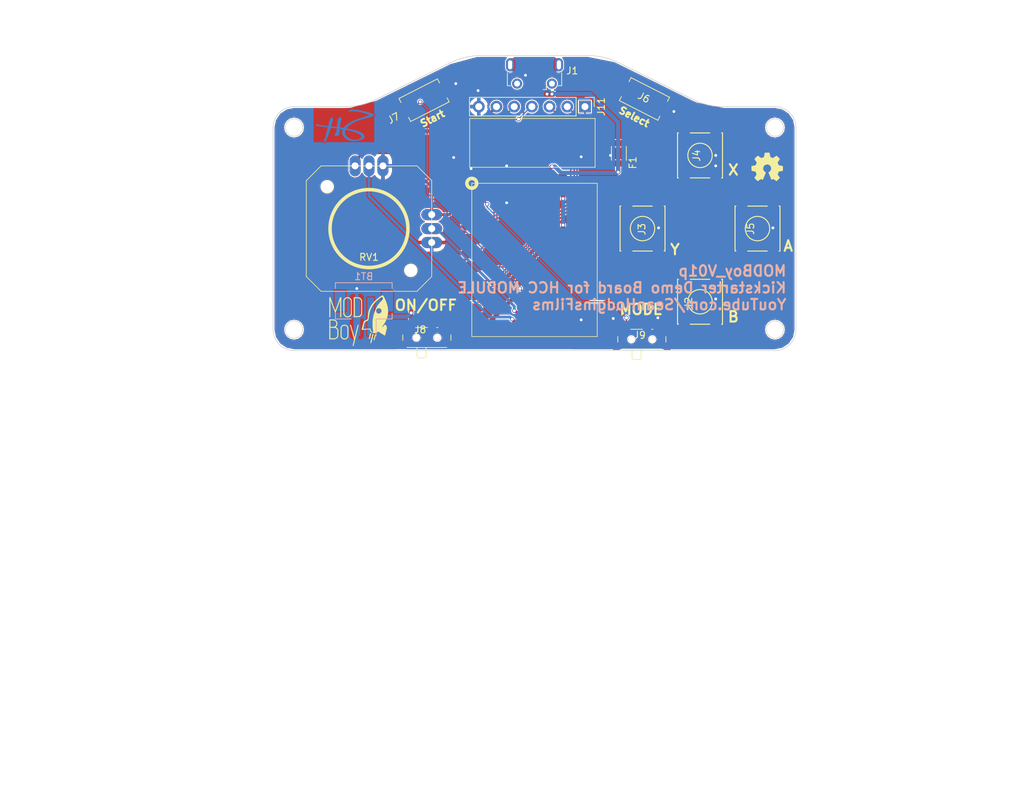
<source format=kicad_pcb>
(kicad_pcb (version 4) (host pcbnew 4.0.4-stable)
  (title_block (title "Sensory Adaptation Robot") (date 2016-03-10) (rev 0.1a) (company "Idle Hands Dev.") (comment 1 "Sean Hodgins"))
  (layers (0 F.Cu signal) (31 B.Cu signal) (34 B.Paste user) (35 F.Paste user) (36 B.SilkS user) (37 F.SilkS user) (38 B.Mask user) (39 F.Mask user) (44 Edge.Cuts user))
  (net 0 "")
  (net 1 GND)
  (net 2 +3V3)
  (net 3 RESET)
  (net 4 A3)
  (net 5 A4)
  (net 6 A5)
  (net 7 D9)
  (net 8 D4)
  (net 9 D3)
  (net 10 D6)
  (net 11 A0/DAC)
  (net 12 AREF)
  (net 13 A1)
  (net 14 A2)
  (net 15 TX/D1)
  (net 16 RX/D0)
  (net 17 MOSI)
  (net 18 CLK)
  (net 19 MISO)
  (net 20 D5)
  (net 21 D11)
  (net 22 D13)
  (net 23 D10)
  (net 24 D12)
  (net 25 +BATT)
  (net 26 VBUS)
  (net 27 "Net-(F1-Pad2)")
  (net 28 "Net-(J1-Pad2)")
  (net 29 "Net-(J1-Pad3)")
  (net 30 SDI)
  (net 31 CKI)
  (net 32 "Net-(J8-Pad2)")
  (net 33 "Net-(J8-Pad3)")
  (net 34 "Net-(J1-Pad6)")
  (net 35 "Net-(J1-Pad4)")
  (module idlehands_libs:LIPO_CHARGE_MOD_FOOTPRINT (layer F.Cu) (at 137.82 70.55)
    (fp_text reference U1 hide)
    (fp_text value charge_mod)
    (pad 3 smd oval (at -9 2.016) (size 3 1.5) (layers F.Cu F.Paste F.Mask) (net 1 GND))
    (pad 2 smd oval (at -9 0.016) (size 3 1.5) (layers F.Cu F.Paste F.Mask) (net 27 "Net-(F1-Pad2)"))
    (pad 1 smd oval (at -9 -1.984) (size 3 1.5) (layers F.Cu F.Paste F.Mask) (net 25 +BATT))
    (pad 1 smd oval (at 9 -1.984) (size 3 1.5) (layers F.Cu F.Paste F.Mask) (net 25 +BATT))
    (pad 2 smd oval (at 9 0.016) (size 3 1.5) (layers F.Cu F.Paste F.Mask) (net 27 "Net-(F1-Pad2)"))
    (pad 3 smd oval (at 9 2.016) (size 3 1.5) (layers F.Cu F.Paste F.Mask) (net 1 GND))
  )
  (module Pin_Headers:Pin_Header_Straight_1x07_Pitch2.54mm (layer F.Cu) (at 145.36 65.35 270)
    (fp_text reference J11 (at 0 -2.33 270) (layer F.SilkS))
    (fp_text value OLED)
    (pad 1 thru_hole rect (at 0 0 270) (size 1.7 1.7) (drill 1) (layers *.Cu *.Mask) (net 7 D9))
    (pad 2 thru_hole oval (at 0 2.54 270) (size 1.7 1.7) (drill 1) (layers *.Cu *.Mask) (net 23 D10))
    (pad 3 thru_hole oval (at 0 5.08 270) (size 1.7 1.7) (drill 1) (layers *.Cu *.Mask) (net 21 D11))
    (pad 4 thru_hole oval (at 0 7.62 270) (size 1.7 1.7) (drill 1) (layers *.Cu *.Mask) (net 24 D12))
    (pad 5 thru_hole oval (at 0 10.16 270) (size 1.7 1.7) (drill 1) (layers *.Cu *.Mask) (net 22 D13))
    (pad 6 thru_hole oval (at 0 12.7 270) (size 1.7 1.7) (drill 1) (layers *.Cu *.Mask) (net 2 +3V3))
    (pad 7 thru_hole oval (at 0 15.24 270) (size 1.7 1.7) (drill 1) (layers *.Cu *.Mask) (net 1 GND))
  )
  (module Connectors_JST:JST_PH_B2B-PH-SM4-TB_02x2.00mm_Straight (layer B.Cu) (at 113.62 94.35 180)
    (fp_text reference BT1 (at 0 4.625 180) (layer B.SilkS) (effects (justify mirror)))
    (fp_text value Battery_Cell)
    (pad 1 smd rect (at -1 -1.125 180) (size 1 5.5) (layers B.Cu B.Paste B.Mask) (net 25 +BATT))
    (pad 2 smd rect (at 1 -1.125 180) (size 1 5.5) (layers B.Cu B.Paste B.Mask) (net 1 GND))
    (pad "" smd rect (at -3.4 1.125 180) (size 1.6 3) (layers B.Cu B.Paste B.Mask))
    (pad "" smd rect (at 3.4 1.125 180) (size 1.6 3) (layers B.Cu B.Paste B.Mask))
  )
  (module Resistors_SMD:R_1206 (layer F.Cu) (at 150.22 72.05 90)
    (fp_text reference F1 (at -1.358 2.008 270) (layer F.SilkS))
    (fp_text value Fuse)
    (pad 1 smd rect (at -1.45 0 90) (size 0.9 1.7) (layers F.Cu F.Paste F.Mask) (net 26 VBUS))
    (pad 2 smd rect (at 1.45 0 90) (size 0.9 1.7) (layers F.Cu F.Paste F.Mask) (net 27 "Net-(F1-Pad2)"))
  )
  (module Connectors_USB:USB_Micro-B_Molex-105017-0001 (layer F.Cu) (at 138.12 59.7 180)
    (fp_text reference J1 (at -5.418 -0.508 180) (layer F.SilkS))
    (fp_text value USB_OTG)
    (pad 6 smd rect (at 1 0.35 180) (size 1.5 1.9) (layers F.Cu F.Paste F.Mask) (net 34 "Net-(J1-Pad6)"))
    (pad 6 thru_hole circle (at -2.5 -2.35 180) (size 1.45 1.45) (drill 0.85) (layers *.Cu *.Mask) (net 34 "Net-(J1-Pad6)"))
    (pad 2 smd rect (at -0.65 -2.35 180) (size 0.4 1.35) (layers F.Cu F.Paste F.Mask) (net 28 "Net-(J1-Pad2)"))
    (pad 1 smd rect (at -1.3 -2.35 180) (size 0.4 1.35) (layers F.Cu F.Paste F.Mask) (net 26 VBUS))
    (pad 5 smd rect (at 1.3 -2.35 180) (size 0.4 1.35) (layers F.Cu F.Paste F.Mask) (net 1 GND))
    (pad 4 smd rect (at 0.65 -2.35 180) (size 0.4 1.35) (layers F.Cu F.Paste F.Mask) (net 35 "Net-(J1-Pad4)"))
    (pad 3 smd rect (at 0 -2.35 180) (size 0.4 1.35) (layers F.Cu F.Paste F.Mask) (net 29 "Net-(J1-Pad3)"))
    (pad 6 thru_hole circle (at 2.5 -2.35 180) (size 1.45 1.45) (drill 0.85) (layers *.Cu *.Mask) (net 34 "Net-(J1-Pad6)"))
    (pad 6 smd rect (at -1 0.35 180) (size 1.5 1.9) (layers F.Cu F.Paste F.Mask) (net 34 "Net-(J1-Pad6)"))
    (pad 6 thru_hole oval (at -3.5 0.35) (size 1.2 1.9) (drill oval 0.6 1.3) (layers *.Cu *.Mask) (net 34 "Net-(J1-Pad6)"))
    (pad 6 thru_hole oval (at 3.5 0.35 180) (size 1.2 1.9) (drill oval 0.6 1.3) (layers *.Cu *.Mask) (net 34 "Net-(J1-Pad6)"))
    (pad 6 smd rect (at 2.9 0.35 180) (size 1.2 1.9) (layers F.Cu F.Paste F.Mask) (net 34 "Net-(J1-Pad6)"))
    (pad 6 smd rect (at -2.9 0.35 180) (size 1.2 1.9) (layers F.Cu F.Paste F.Mask) (net 34 "Net-(J1-Pad6)"))
  )
  (module project_footprints:SW_SPST_PTS645 (layer F.Cu) (at 161.87 93.35 90)
    (fp_text reference J2 (at -0.178571 -1.645001 90) (layer F.SilkS))
    (fp_text value A)
    (pad 2 smd rect (at -3.975 2.25 90) (size 1.55 1.3) (layers F.Cu F.Paste F.Mask) (net 1 GND))
    (pad 1 smd rect (at -3.975 -2.25 90) (size 1.55 1.3) (layers F.Cu F.Paste F.Mask) (net 5 A4))
    (pad 1 smd rect (at 3.975 -2.25 90) (size 1.55 1.3) (layers F.Cu F.Paste F.Mask) (net 5 A4))
    (pad 2 smd rect (at 3.975 2.25 90) (size 1.55 1.3) (layers F.Cu F.Paste F.Mask) (net 1 GND))
  )
  (module project_footprints:SW_SPST_PTS645 (layer F.Cu) (at 153.62 82.85 90)
    (fp_text reference J3 (at -0.1 -0.1 90) (layer F.SilkS))
    (fp_text value B)
    (pad 2 smd rect (at -3.975 2.25 90) (size 1.55 1.3) (layers F.Cu F.Paste F.Mask) (net 1 GND))
    (pad 1 smd rect (at -3.975 -2.25 90) (size 1.55 1.3) (layers F.Cu F.Paste F.Mask) (net 20 D5))
    (pad 1 smd rect (at 3.975 -2.25 90) (size 1.55 1.3) (layers F.Cu F.Paste F.Mask) (net 20 D5))
    (pad 2 smd rect (at 3.975 2.25 90) (size 1.55 1.3) (layers F.Cu F.Paste F.Mask) (net 1 GND))
  )
  (module project_footprints:SW_SPST_PTS645 (layer F.Cu) (at 161.87 72.35 90)
    (fp_text reference J4 (at -0.025 -0.5 90) (layer F.SilkS))
    (fp_text value X)
    (pad 2 smd rect (at -3.975 2.25 90) (size 1.55 1.3) (layers F.Cu F.Paste F.Mask) (net 1 GND))
    (pad 1 smd rect (at -3.975 -2.25 90) (size 1.55 1.3) (layers F.Cu F.Paste F.Mask) (net 8 D4))
    (pad 1 smd rect (at 3.975 -2.25 90) (size 1.55 1.3) (layers F.Cu F.Paste F.Mask) (net 8 D4))
    (pad 2 smd rect (at 3.975 2.25 90) (size 1.55 1.3) (layers F.Cu F.Paste F.Mask) (net 1 GND))
  )
  (module project_footprints:SW_SPST_PTS645 (layer F.Cu) (at 170.12 82.85 90)
    (fp_text reference J5 (at -0.025 -1 90) (layer F.SilkS))
    (fp_text value Y)
    (pad 2 smd rect (at -3.975 2.25 90) (size 1.55 1.3) (layers F.Cu F.Paste F.Mask) (net 1 GND))
    (pad 1 smd rect (at -3.975 -2.25 90) (size 1.55 1.3) (layers F.Cu F.Paste F.Mask) (net 9 D3))
    (pad 1 smd rect (at 3.975 -2.25 90) (size 1.55 1.3) (layers F.Cu F.Paste F.Mask) (net 9 D3))
    (pad 2 smd rect (at 3.975 2.25 90) (size 1.55 1.3) (layers F.Cu F.Paste F.Mask) (net 1 GND))
  )
  (module Buttons_Switches_SMD:SW_SPDT_PCM12 (layer F.Cu) (at 122.67 98.18)
    (fp_text reference J8 (at -0.95 -0.83) (layer F.SilkS))
    (fp_text value PWR)
    (pad "" thru_hole circle (at -1.5 0.33) (size 0.9 0.9) (drill 0.9) (layers *.Cu *.Mask))
    (pad "" thru_hole circle (at 1.5 0.33) (size 0.9 0.9) (drill 0.9) (layers *.Cu *.Mask))
    (pad 1 smd rect (at -2.25 -1.43) (size 0.7 1.5) (layers F.Cu F.Paste F.Mask) (net 25 +BATT))
    (pad 2 smd rect (at 0.75 -1.43) (size 0.7 1.5) (layers F.Cu F.Paste F.Mask) (net 32 "Net-(J8-Pad2)"))
    (pad 3 smd rect (at 2.25 -1.43) (size 0.7 1.5) (layers F.Cu F.Paste F.Mask) (net 33 "Net-(J8-Pad3)"))
    (pad "" smd rect (at -3.65 1.43) (size 1 0.8) (layers F.Cu F.Paste F.Mask))
    (pad "" smd rect (at 3.65 1.43) (size 1 0.8) (layers F.Cu F.Paste F.Mask))
    (pad "" smd rect (at 3.65 -0.78) (size 1 0.8) (layers F.Cu F.Paste F.Mask))
    (pad "" smd rect (at -3.65 -0.78) (size 1 0.8) (layers F.Cu F.Paste F.Mask))
  )
  (module Buttons_Switches_SMD:SW_SPDT_PCM12 (layer F.Cu) (at 153.52 98.42)
    (fp_text reference J9 (at -0.3 -0.27) (layer F.SilkS))
    (fp_text value Selector)
    (pad "" thru_hole circle (at -1.5 0.33) (size 0.9 0.9) (drill 0.9) (layers *.Cu *.Mask))
    (pad "" thru_hole circle (at 1.5 0.33) (size 0.9 0.9) (drill 0.9) (layers *.Cu *.Mask))
    (pad 1 smd rect (at -2.25 -1.43) (size 0.7 1.5) (layers F.Cu F.Paste F.Mask) (net 2 +3V3))
    (pad 2 smd rect (at 0.75 -1.43) (size 0.7 1.5) (layers F.Cu F.Paste F.Mask) (net 6 A5))
    (pad 3 smd rect (at 2.25 -1.43) (size 0.7 1.5) (layers F.Cu F.Paste F.Mask) (net 1 GND))
    (pad "" smd rect (at -3.65 1.43) (size 1 0.8) (layers F.Cu F.Paste F.Mask))
    (pad "" smd rect (at 3.65 1.43) (size 1 0.8) (layers F.Cu F.Paste F.Mask))
    (pad "" smd rect (at 3.65 -0.78) (size 1 0.8) (layers F.Cu F.Paste F.Mask))
    (pad "" smd rect (at -3.65 -0.78) (size 1 0.8) (layers F.Cu F.Paste F.Mask))
  )
  (module Buttons_Switches_SMD:SW_SPST_EVQPE1 (layer F.Cu) (at 153.895 64.25 333)
    (fp_text reference J6 (at -0.157624 -0.144152 333) (layer F.SilkS))
    (fp_text value Start)
    (pad 2 smd rect (at 2.7 0 333) (size 2 1.6) (layers F.Cu F.Paste F.Mask) (net 1 GND))
    (pad 1 smd rect (at -2.7 0 333) (size 2 1.6) (layers F.Cu F.Paste F.Mask) (net 10 D6))
  )
  (module Buttons_Switches_SMD:SW_SPST_EVQPE1 (layer F.Cu) (at 122.27 64.425 27)
    (fp_text reference J7 (at -5.078529 0.330409 27) (layer F.SilkS))
    (fp_text value Select)
    (pad 2 smd rect (at 2.7 0 27) (size 2 1.6) (layers F.Cu F.Paste F.Mask) (net 1 GND))
    (pad 1 smd rect (at -2.7 0 27) (size 2 1.6) (layers F.Cu F.Paste F.Mask) (net 4 A3))
  )
  (module idlehands_libs:SAMD_HCC_G_FOOT (layer F.Cu) (at 138.12 87.35)
    (fp_text reference U4 hide)
    (fp_text value SAMD21_MOD)
    (pad 6 smd oval (at -9 1) (size 3 1.5) (layers F.Cu F.Paste F.Mask) (net 21 D11))
    (pad 5 smd oval (at -9 -1) (size 3 1.5) (layers F.Cu F.Paste F.Mask) (net 24 D12))
    (pad 4 smd oval (at -9 -3) (size 3 1.5) (layers F.Cu F.Paste F.Mask) (net 22 D13))
    (pad 3 smd oval (at -9 -5) (size 3 1.5) (layers F.Cu F.Paste F.Mask) (net 3 RESET))
    (pad 9 smd oval (at -9 7) (size 3 1.5) (layers F.Cu F.Paste F.Mask) (net 15 TX/D1))
    (pad 7 smd oval (at -9 3) (size 3 1.5) (layers F.Cu F.Paste F.Mask) (net 23 D10))
    (pad 10 smd oval (at -9 9) (size 3 1.5) (layers F.Cu F.Paste F.Mask) (net 16 RX/D0))
    (pad 8 smd oval (at -9 5) (size 3 1.5) (layers F.Cu F.Paste F.Mask) (net 7 D9))
    (pad 2 smd oval (at -9 -7) (size 3 1.5) (layers F.Cu F.Paste F.Mask) (net 12 AREF))
    (pad 1 smd oval (at -9 -9) (size 3 1.5) (layers F.Cu F.Paste F.Mask) (net 2 +3V3))
    (pad 11 smd oval (at -5 11 270) (size 3 1.5) (layers F.Cu F.Paste F.Mask) (net 11 A0/DAC))
    (pad 12 smd oval (at -3 11 270) (size 3 1.5) (layers F.Cu F.Paste F.Mask) (net 13 A1))
    (pad 13 smd oval (at -1 11 270) (size 3 1.5) (layers F.Cu F.Paste F.Mask) (net 14 A2))
    (pad 14 smd oval (at 1 11 270) (size 3 1.5) (layers F.Cu F.Paste F.Mask) (net 4 A3))
    (pad 15 smd oval (at 3 11 270) (size 3 1.5) (layers F.Cu F.Paste F.Mask) (net 5 A4))
    (pad 16 smd oval (at 5 11 270) (size 3 1.5) (layers F.Cu F.Paste F.Mask) (net 6 A5))
    (pad 23 smd oval (at 9 -3) (size 3 1.5) (layers F.Cu F.Paste F.Mask) (net 18 CLK))
    (pad 24 smd oval (at 9 -5) (size 3 1.5) (layers F.Cu F.Paste F.Mask) (net 19 MISO))
    (pad 22 smd oval (at 9 -1) (size 3 1.5) (layers F.Cu F.Paste F.Mask) (net 17 MOSI))
    (pad 21 smd oval (at 9 1) (size 3 1.5) (layers F.Cu F.Paste F.Mask) (net 10 D6))
    (pad 25 smd oval (at 9 -7) (size 3 1.5) (layers F.Cu F.Paste F.Mask) (net 30 SDI))
    (pad 26 smd oval (at 9 -9) (size 3 1.5) (layers F.Cu F.Paste F.Mask) (net 31 CKI))
    (pad 18 smd oval (at 9 7) (size 3 1.5) (layers F.Cu F.Paste F.Mask) (net 9 D3))
    (pad 17 smd oval (at 9 9) (size 3 1.5) (layers F.Cu F.Paste F.Mask) (net 1 GND))
    (pad 20 smd oval (at 9 3) (size 3 1.5) (layers F.Cu F.Paste F.Mask) (net 20 D5))
    (pad 19 smd oval (at 9 5) (size 3 1.5) (layers F.Cu F.Paste F.Mask) (net 8 D4))
    (pad 30 smd oval (at -2 -11 270) (size 3 1.5) (layers F.Cu F.Paste F.Mask) (net 29 "Net-(J1-Pad3)"))
    (pad 28 smd oval (at 2 -11 270) (size 3 1.5) (layers F.Cu F.Paste F.Mask) (net 26 VBUS))
    (pad 31 smd oval (at -4 -11 270) (size 3 1.5) (layers F.Cu F.Paste F.Mask) (net 1 GND))
    (pad 29 smd oval (at 0 -11 270) (size 3 1.5) (layers F.Cu F.Paste F.Mask) (net 28 "Net-(J1-Pad2)"))
    (pad 27 smd oval (at 4 -11 270) (size 3 1.5) (layers F.Cu F.Paste F.Mask) (net 32 "Net-(J8-Pad2)"))
  )
  (module idlehands_footprints:JOYSTICK_MINI_2AXIS (layer F.Cu) (at 114.37 82.85)
    (fp_text reference RV1 (at 0 4.1) (layer F.SilkS))
    (fp_text value JOYSTICK)
    (pad 2 thru_hole oval (at 9 0) (size 3 1.6) (drill 1) (layers *.Cu *.Mask) (net 14 A2))
    (pad 1 thru_hole oval (at 9 2) (size 3 1.6) (drill 1) (layers *.Cu *.Mask) (net 1 GND))
    (pad 3 thru_hole oval (at 9 -2) (size 3 1.6) (drill 1) (layers *.Cu *.Mask) (net 2 +3V3))
    (pad 4 thru_hole oval (at 2 -9 90) (size 3 1.6) (drill 1) (layers *.Cu *.Mask) (net 1 GND))
    (pad 5 thru_hole oval (at 0 -9 90) (size 3 1.6) (drill 1) (layers *.Cu *.Mask) (net 13 A1))
    (pad 6 thru_hole oval (at -2 -9 90) (size 3 1.6) (drill 1) (layers *.Cu *.Mask) (net 2 +3V3))
    (pad 0 thru_hole circle (at 6 6) (size 1.65 1.65) (drill 1.65) (layers *.Cu *.Mask))
    (pad 0 thru_hole circle (at -6 -6) (size 1.65 1.65) (drill 1.65) (layers *.Cu *.Mask))
  )
  (module project_footprints:MODBoy_Logo (layer F.Cu) (at 113.02 95.85)
    (fp_text reference G*** hide)
    (fp_text value LOGO hide)
  )
  (module project_footprints:MODBoy_Logo_Mask (layer F.Cu) (at 113.02 95.85)
    (fp_text reference G*** hide)
    (fp_text value LOGO hide)
  )
  (module idlehands_footprints:SH_LOGO (layer B.Cu) (at 110.92 68.15 180)
    (fp_text reference G*** hide)
    (fp_text value LOGO hide)
  )
  (module idlehands_footprints:SH_LOGOcu (layer B.Cu) (at 110.92 68.15 180)
    (fp_text reference G*** hide)
    (fp_text value LOGO hide)
    (fp_poly (pts (xy -0.966646 2.361155) (xy -0.948879 2.360407) (xy -0.84604 2.355022) (xy -0.739541 2.297778) (xy -0.674771 2.261873) (xy -0.622761 2.230414) (xy -0.581522 2.20198) (xy -0.549062 2.175151) (xy -0.523389 2.148508) (xy -0.514141 2.137016) (xy -0.494586 2.109271) (xy -0.480605 2.085298) (xy -0.473268 2.067503) (xy -0.473645 2.058293) (xy -0.479136 2.058268) (xy -0.496428 2.063406) (xy -0.525867 2.070616) (xy -0.563974 2.079172) (xy -0.607268 2.088346) (xy -0.65227 2.097414) (xy -0.695501 2.105647) (xy -0.73348 2.112319) (xy -0.751789 2.115196) (xy -0.930469 2.13493) (xy -1.119725 2.143181) (xy -1.319217 2.139994) (xy -1.528603 2.12541) (xy -1.747543 2.099474) (xy -1.975697 2.062228) (xy -2.212723 2.013717) (xy -2.458281 1.953982) (xy -2.712031 1.883068) (xy -2.806394 1.854478) (xy -2.871596 1.833942) (xy -2.940851 1.811442) (xy -3.012659 1.787523) (xy -3.085515 1.762732) (xy -3.157918 1.737613) (xy -3.228364 1.712712) (xy -3.295352 1.688575) (xy -3.357378 1.665747) (xy -3.412941 1.644773) (xy -3.460537 1.626198) (xy -3.498664 1.610569) (xy -3.52582 1.59843) (xy -3.540502 1.590328) (xy -3.542479 1.587274) (xy -3.532993 1.583035) (xy -3.509509 1.574386) (xy -3.473168 1.561704) (xy -3.425109 1.545362) (xy -3.366472 1.525737) (xy -3.298396 1.503203) (xy -3.222021 1.478137) (xy -3.138486 1.450912) (xy -3.048932 1.421904) (xy -2.954498 1.391489) (xy -2.856323 1.360042) (xy -2.755547 1.327937) (xy -2.734686 1.321313) (xy -2.547969 1.261696) (xy -2.375432 1.205797) (xy -2.215933 1.153188) (xy -2.068328 1.103439) (xy -1.931475 1.05612) (xy -1.804231 1.010801) (xy -1.685453 0.967054) (xy -1.573997 0.924448) (xy -1.468721 0.882554) (xy -1.368483 0.840941) (xy -1.272138 0.799182) (xy -1.178545 0.756845) (xy -1.08656 0.713501) (xy -0.99504 0.668722) (xy -0.98425 0.663339) (xy -0.774484 0.552525) (xy -0.579843 0.437329) (xy -0.400167 0.317646) (xy -0.235294 0.193372) (xy -0.150813 0.122981) (xy -0.103199 0.08042) (xy -0.050857 0.031239) (xy 0.003055 -0.021401) (xy 0.055374 -0.074342) (xy 0.102943 -0.124423) (xy 0.142599 -0.168485) (xy 0.153577 -0.181365) (xy 0.202406 -0.239699) (xy 0.265906 -0.235586) (xy 0.298368 -0.231863) (xy 0.340745 -0.224699) (xy 0.387712 -0.215098) (xy 0.433945 -0.204068) (xy 0.437109 -0.203244) (xy 0.482555 -0.192226) (xy 0.53032 -0.182176) (xy 0.577553 -0.173529) (xy 0.621401 -0.166717) (xy 0.659012 -0.162173) (xy 0.687535 -0.160332) (xy 0.704116 -0.161625) (xy 0.705933 -0.162407) (xy 0.712677 -0.164011) (xy 0.717064 -0.157851) (xy 0.719212 -0.142235) (xy 0.719239 -0.115469) (xy 0.717264 -0.075859) (xy 0.714626 -0.037874) (xy 0.70901 0.031271) (xy 0.702531 0.097255) (xy 0.694828 0.162188) (xy 0.685543 0.228178) (xy 0.674317 0.297335) (xy 0.660791 0.371767) (xy 0.644606 0.453583) (xy 0.625402 0.544893) (xy 0.602822 0.647806) (xy 0.582608 0.737599) (xy 0.564926 0.816538) (xy 0.548381 0.892432) (xy 0.533316 0.963562) (xy 0.520075 1.028209) (xy 0.509001 1.084656) (xy 0.500437 1.131184) (xy 0.494727 1.166076) (xy 0.492214 1.187612) (xy 0.492125 1.190425) (xy 0.499626 1.202741) (xy 0.520406 1.214787) (xy 0.551876 1.225773) (xy 0.591448 1.234907) (xy 0.636533 1.2414) (xy 0.66675 1.243785) (xy 0.725432 1.243872) (xy 0.773691 1.236153) (xy 0.815685 1.219101) (xy 0.85557 1.19119) (xy 0.885292 1.163539) (xy 0.916455 1.128766) (xy 0.94454 1.089907) (xy 0.969827 1.045865) (xy 0.992598 0.995545) (xy 1.013135 0.937854) (xy 1.031719 0.871695) (xy 1.04863 0.795974) (xy 1.064152 0.709596) (xy 1.078564 0.611466) (xy 1.092149 0.500489) (xy 1.105188 0.37557) (xy 1.114973 0.269875) (xy 1.120638 0.206786) (xy 1.126385 0.144569) (xy 1.131922 0.086232) (xy 1.136962 0.03478) (xy 1.141214 -0.006778) (xy 1.144312 -0.034792) (xy 1.15365 -0.113241) (xy 1.285247 -0.108665) (xy 1.416597 -0.099752) (xy 1.543843 -0.083039) (xy 1.623622 -0.071431) (xy 1.701567 -0.063738) (xy 1.785264 -0.059267) (xy 1.813718 -0.058423) (xy 1.956593 -0.054859) (xy 1.955679 0.014243) (xy 1.954897 0.039472) (xy 1.95294 0.064319) (xy 1.949363 0.090652) (xy 1.94372 0.120341) (xy 1.935563 0.155253) (xy 1.924447 0.197257) (xy 1.909926 0.248221) (xy 1.891552 0.310014) (xy 1.86888 0.384505) (xy 1.861427 0.408782) (xy 1.837093 0.488154) (xy 1.816957 0.554424) (xy 1.800449 0.609634) (xy 1.786997 0.655824) (xy 1.776031 0.695035) (xy 1.766981 0.729307) (xy 1.759275 0.760681) (xy 1.752345 0.791197) (xy 1.745618 0.822897) (xy 1.745542 0.823265) (xy 1.736465 0.876713) (xy 1.730367 0.93266) (xy 1.727359 0.987432) (xy 1.727551 1.037354) (xy 1.731055 1.078749) (xy 1.737066 1.105499) (xy 1.759882 1.14935) (xy 1.792047 1.181877) (xy 1.831204 1.202481) (xy 1.875 1.210564) (xy 1.921077 1.205528) (xy 1.967082 1.186775) (xy 1.991775 1.170185) (xy 2.030993 1.133894) (xy 2.068615 1.087097) (xy 2.10486 1.029213) (xy 2.139949 0.959657) (xy 2.174102 0.877847) (xy 2.207537 0.783199) (xy 2.240474 0.67513) (xy 2.273134 0.553059) (xy 2.305735 0.4164) (xy 2.338498 0.264571) (xy 2.345078 0.232389) (xy 2.355662 0.180388) (xy 2.365457 0.132652) (xy 2.373936 0.091712) (xy 2.380574 0.060101) (xy 2.384845 0.040351) (xy 2.385873 0.035936) (xy 2.389042 0.026274) (xy 2.394844 0.020355) (xy 2.40663 0.017268) (xy 2.427756 0.016102) (xy 2.459501 0.015945) (xy 2.543935 0.017514) (xy 2.632397 0.022183) (xy 2.726293 0.030146) (xy 2.827027 0.041596) (xy 2.936003 0.056728) (xy 3.054627 0.075736) (xy 3.184302 0.098814) (xy 3.326434 0.126155) (xy 3.472656 0.155919) (xy 3.613484 0.184741) (xy 3.739141 0.209435) (xy 3.849598 0.229994) (xy 3.944826 0.246414) (xy 4.024795 0.258689) (xy 4.089476 0.266814) (xy 4.096968 0.267586) (xy 4.165656 0.274449) (xy 4.170026 0.24752) (xy 4.172149 0.221189) (xy 4.169194 0.19361) (xy 4.160325 0.160835) (xy 4.144707 0.118917) (xy 4.14082 0.109379) (xy 4.126882 0.077609) (xy 4.115692 0.058012) (xy 4.105208 0.047625) (xy 4.09575 0.043909) (xy 4.074649 0.040169) (xy 4.039174 0.034748) (xy 3.990717 0.027821) (xy 3.930669 0.019561) (xy 3.860423 0.010145) (xy 3.78137 -0.000253) (xy 3.694903 -0.01146) (xy 3.602412 -0.023299) (xy 3.50529 -0.035596) (xy 3.404929 -0.048177) (xy 3.302721 -0.060866) (xy 3.200058 -0.07349) (xy 3.098331 -0.085872) (xy 2.998933 -0.097839) (xy 2.903255 -0.109216) (xy 2.812689 -0.119828) (xy 2.728627 -0.129501) (xy 2.652461 -0.138059) (xy 2.6035 -0.14341) (xy 2.555858 -0.148625) (xy 2.513966 -0.153367) (xy 2.480249 -0.15735) (xy 2.457133 -0.160285) (xy 2.447044 -0.161886) (xy 2.44681 -0.161986) (xy 2.4486 -0.169737) (xy 2.454697 -0.190285) (xy 2.46439 -0.221365) (xy 2.476972 -0.260712) (xy 2.491732 -0.306061) (xy 2.495684 -0.318085) (xy 2.516489 -0.382898) (xy 2.536434 -0.448673) (xy 2.556057 -0.517471) (xy 2.575891 -0.591348) (xy 2.596474 -0.672366) (xy 2.618341 -0.762582) (xy 2.642027 -0.864055) (xy 2.668068 -0.978845) (xy 2.671058 -0.992187) (xy 2.696139 -1.103479) (xy 2.718523 -1.201066) (xy 2.738666 -1.286804) (xy 2.757028 -1.362545) (xy 2.774066 -1.430143) (xy 2.790238 -1.491454) (xy 2.806001 -1.54833) (xy 2.821815 -1.602625) (xy 2.821966 -1.603133) (xy 2.838465 -1.656718) (xy 2.853825 -1.701774) (xy 2.869834 -1.742377) (xy 2.88828 -1.782603) (xy 2.910951 -1.826528) (xy 2.939634 -1.878226) (xy 2.952638 -1.901031) (xy 2.989373 -1.969597) (xy 3.015458 -2.029359) (xy 3.031522 -2.082689) (xy 3.038193 -2.131955) (xy 3.036099 -2.179529) (xy 3.032316 -2.201736) (xy 3.022425 -2.237902) (xy 3.008916 -2.260818) (xy 2.988837 -2.273097) (xy 2.959239 -2.277349) (xy 2.946796 -2.277435) (xy 2.914193 -2.274887) (xy 2.882004 -2.269093) (xy 2.868011 -2.265064) (xy 2.842568 -2.252688) (xy 2.814457 -2.234156) (xy 2.800542 -2.222924) (xy 2.787837 -2.211399) (xy 2.776287 -2.199896) (xy 2.765318 -2.187234) (xy 2.754356 -2.172228) (xy 2.742827 -2.153696) (xy 2.730159 -2.130454) (xy 2.715777 -2.10132) (xy 2.699108 -2.065111) (xy 2.679578 -2.020643) (xy 2.656613 -1.966733) (xy 2.629641 -1.902199) (xy 2.598086 -1.825857) (xy 2.561376 -1.736524) (xy 2.543128 -1.69203) (xy 2.513146 -1.617804) (xy 2.482328 -1.539234) (xy 2.450101 -1.45477) (xy 2.415894 -1.362858) (xy 2.379137 -1.261948) (xy 2.339257 -1.150486) (xy 2.295683 -1.026922) (xy 2.250354 -0.896937) (xy 2.209282 -0.778913) (xy 2.170742 -0.668746) (xy 2.135133 -0.567563) (xy 2.102857 -0.476492) (xy 2.074314 -0.396662) (xy 2.049904 -0.329199) (xy 2.030027 -0.275232) (xy 2.02392 -0.258959) (xy 2.006303 -0.212324) (xy 1.965573 -0.217434) (xy 1.94752 -0.21959) (xy 1.916021 -0.223233) (xy 1.873407 -0.228099) (xy 1.82201 -0.233923) (xy 1.764162 -0.24044) (xy 1.702194 -0.247386) (xy 1.678781 -0.250001) (xy 1.610367 -0.257751) (xy 1.540282 -0.265901) (xy 1.471941 -0.274036) (xy 1.408761 -0.281747) (xy 1.354154 -0.28862) (xy 1.311538 -0.294244) (xy 1.307703 -0.294772) (xy 1.182687 -0.312086) (xy 1.182687 -0.357911) (xy 1.184095 -0.380964) (xy 1.187994 -0.41598) (xy 1.193898 -0.45933) (xy 1.201323 -0.507384) (xy 1.207745 -0.545165) (xy 1.219326 -0.615251) (xy 1.22724 -0.675566) (xy 1.232069 -0.731633) (xy 1.2344 -0.788974) (xy 1.234584 -0.798936) (xy 1.235613 -0.840079) (xy 1.237212 -0.875816) (xy 1.239189 -0.903003) (xy 1.24135 -0.918498) (xy 1.242073 -0.920514) (xy 1.250525 -0.928085) (xy 1.269688 -0.942368) (xy 1.296928 -0.961477) (xy 1.329609 -0.983532) (xy 1.338218 -0.989217) (xy 1.396402 -1.030702) (xy 1.440337 -1.070071) (xy 1.471123 -1.10925) (xy 1.489864 -1.150166) (xy 1.497659 -1.194746) (xy 1.495612 -1.244917) (xy 1.493365 -1.260598) (xy 1.478597 -1.303248) (xy 1.449663 -1.341059) (xy 1.407945 -1.372417) (xy 1.389647 -1.382012) (xy 1.350776 -1.394618) (xy 1.300919 -1.401975) (xy 1.244136 -1.403889) (xy 1.184489 -1.400165) (xy 1.141784 -1.393835) (xy 1.111088 -1.387286) (xy 1.073547 -1.378119) (xy 1.032282 -1.367234) (xy 0.990416 -1.355531) (xy 0.951071 -1.34391) (xy 0.917369 -1.33327) (xy 0.892433 -1.324512) (xy 0.879384 -1.318535) (xy 0.878726 -1.318012) (xy 0.873968 -1.307138) (xy 0.867254 -1.282704) (xy 0.858999 -1.246846) (xy 0.849618 -1.201701) (xy 0.839527 -1.149405) (xy 0.82914 -1.092096) (xy 0.818872 -1.03191) (xy 0.809137 -0.970983) (xy 0.801886 -0.922261) (xy 0.796207 -0.880444) (xy 0.789844 -0.829885) (xy 0.783066 -0.773106) (xy 0.776142 -0.712626) (xy 0.769341 -0.650967) (xy 0.762933 -0.590647) (xy 0.757186 -0.534188) (xy 0.75237 -0.48411) (xy 0.748755 -0.442933) (xy 0.746609 -0.413178) (xy 0.746125 -0.400241) (xy 0.741903 -0.395897) (xy 0.727685 -0.395895) (xy 0.701145 -0.400313) (xy 0.692546 -0.402069) (xy 0.671346 -0.406899) (xy 0.639992 -0.414556) (xy 0.601117 -0.424348) (xy 0.557351 -0.435583) (xy 0.511326 -0.447566) (xy 0.465673 -0.459607) (xy 0.423024 -0.471011) (xy 0.386011 -0.481087) (xy 0.357264 -0.489141) (xy 0.339415 -0.494481) (xy 0.334805 -0.496241) (xy 0.336534 -0.503964) (xy 0.343834 -0.520866) (xy 0.348564 -0.530468) (xy 0.373754 -0.592166) (xy 0.393019 -0.664907) (xy 0.405914 -0.744834) (xy 0.411994 -0.82809) (xy 0.410814 -0.910819) (xy 0.401928 -0.989163) (xy 0.401694 -0.990513) (xy 0.372062 -1.115721) (xy 0.327672 -1.239386) (xy 0.269642 -1.359847) (xy 0.199088 -1.475441) (xy 0.117128 -1.584509) (xy 0.024878 -1.685389) (xy -0.076544 -1.776418) (xy -0.175543 -1.849079) (xy -0.289765 -1.918609) (xy -0.407683 -1.978055) (xy -0.531432 -2.028175) (xy -0.663149 -2.069724) (xy -0.804971 -2.103458) (xy -0.959033 -2.130134) (xy -0.976313 -2.1326) (xy -1.030281 -2.13839) (xy -1.096708 -2.142716) (xy -1.172248 -2.145577) (xy -1.253552 -2.146976) (xy -1.337272 -2.146914) (xy -1.420062 -2.145391) (xy -1.498574 -2.14241) (xy -1.56946 -2.137971) (xy -1.627188 -2.132345) (xy -1.728643 -2.118391) (xy -1.833315 -2.101055) (xy -1.937685 -2.081076) (xy -2.038232 -2.059192) (xy -2.131439 -2.036141) (xy -2.213786 -2.012663) (xy -2.244395 -2.002816) (xy -2.33731 -1.967936) (xy -2.426837 -1.927126) (xy -2.510987 -1.881673) (xy -2.587771 -1.832863) (xy -2.655201 -1.781983) (xy -2.71129 -1.730317) (xy -2.754048 -1.679154) (xy -2.761221 -1.668478) (xy -2.788619 -1.613226) (xy -2.803282 -1.554507) (xy -2.803853 -1.520367) (xy -2.372977 -1.520367) (xy -2.371093 -1.571578) (xy -2.357909 -1.614307) (xy -2.328384 -1.659025) (xy -2.284113 -1.702851) (xy -2.22622 -1.745246) (xy -2.15583 -1.785671) (xy -2.074067 -1.823591) (xy -1.982058 -1.858466) (xy -1.880925 -1.889758) (xy -1.771794 -1.91693) (xy -1.691015 -1.933253) (xy -1.587669 -1.950286) (xy -1.495302 -1.961144) (xy -1.410364 -1.966051) (xy -1.329306 -1.965229) (xy -1.26092 -1.960203) (xy -1.128127 -1.940404) (xy -0.996862 -1.908477) (xy -0.868416 -1.865319) (xy -0.744076 -1.811827) (xy -0.625133 -1.748897) (xy -0.512875 -1.677427) (xy -0.408592 -1.598312) (xy -0.313574 -1.51245) (xy -0.22911 -1.420737) (xy -0.156488 -1.324071) (xy -0.097 -1.223347) (xy -0.051932 -1.119463) (xy -0.051878 -1.119311) (xy -0.027003 -1.037828) (xy -0.012476 -0.959941) (xy -0.00702 -0.878434) (xy -0.006905 -0.865187) (xy -0.012806 -0.766029) (xy -0.031533 -0.672583) (xy -0.060957 -0.587375) (xy -0.076578 -0.550078) (xy -0.08804 -0.52547) (xy -0.097096 -0.511504) (xy -0.105498 -0.506134) (xy -0.114997 -0.507314) (xy -0.125467 -0.512053) (xy -0.140085 -0.517288) (xy -0.168729 -0.525607) (xy -0.209932 -0.536647) (xy -0.262223 -0.550043) (xy -0.324133 -0.565432) (xy -0.394193 -0.58245) (xy -0.470934 -0.600735) (xy -0.552887 -0.619922) (xy -0.638582 -0.639648) (xy -0.670719 -0.64696) (xy -0.821635 -0.682287) (xy -0.95962 -0.717074) (xy -1.087551 -0.752254) (xy -1.208304 -0.788758) (xy -1.324755 -0.82752) (xy -1.43978 -0.869472) (xy -1.556254 -0.915548) (xy -1.677056 -0.966679) (xy -1.734255 -0.991881) (xy -1.861034 -1.050758) (xy -1.972577 -1.107737) (xy -2.069364 -1.163151) (xy -2.151877 -1.217333) (xy -2.220596 -1.270617) (xy -2.276001 -1.323336) (xy -2.318575 -1.375823) (xy -2.340911 -1.41244) (xy -2.36282 -1.466179) (xy -2.372977 -1.520367) (xy -2.803853 -1.520367) (xy -2.804253 -1.496507) (xy -2.802867 -1.486266) (xy -2.785526 -1.417523) (xy -2.755336 -1.343535) (xy -2.713457 -1.266521) (xy -2.66105 -1.188701) (xy -2.619974 -1.136435) (xy -2.56155 -1.07552) (xy -2.488422 -1.014735) (xy -2.401755 -0.9547) (xy -2.302713 -0.896033) (xy -2.19246 -0.83935) (xy -2.072159 -0.785271) (xy -1.942976 -0.734413) (xy -1.806073 -0.687395) (xy -1.730375 -0.664123) (xy -1.671698 -0.647021) (xy -1.61507 -0.631039) (xy -1.558806 -0.615782) (xy -1.501223 -0.600855) (xy -1.440636 -0.585865) (xy -1.375361 -0.570416) (xy -1.303714 -0.554113) (xy -1.224011 -0.536561) (xy -1.134568 -0.517367) (xy -1.0337 -0.496135) (xy -0.919723 -0.47247) (xy -0.860986 -0.460362) (xy -0.753986 -0.438226) (xy -0.653772 -0.417258) (xy -0.561339 -0.397678) (xy -0.477681 -0.379703) (xy -0.403791 -0.363553) (xy -0.340665 -0.349448) (xy -0.289297 -0.337606) (xy -0.25068 -0.328247) (xy -0.22581 -0.32159) (xy -0.216304 -0.318265) (xy -0.216679 -0.310203) (xy -0.227591 -0.292475) (xy -0.247993 -0.266271) (xy -0.276838 -0.232782) (xy -0.313081 -0.193198) (xy -0.355675 -0.148709) (xy -0.403575 -0.100505) (xy -0.433377 -0.071312) (xy -0.578626 0.060127) (xy -0.738333 0.186881) (xy -0.911647 0.308466) (xy -1.097717 0.424396) (xy -1.295693 0.534187) (xy -1.504722 0.637354) (xy -1.723954 0.733413) (xy -1.952537 0.821878) (xy -2.079152 0.866182) (xy -2.147556 0.888973) (xy -2.212284 0.909868) (xy -2.275626 0.929512) (xy -2.339877 0.948547) (xy -2.407326 0.967615) (xy -2.480268 0.98736) (xy -2.560994 1.008423) (xy -2.651797 1.031449) (xy -2.754969 1.057079) (xy -2.795715 1.0671) (xy -2.894677 1.091477) (xy -2.980381 1.112826) (xy -3.055021 1.131752) (xy -3.120791 1.148862) (xy -3.179887 1.164762) (xy -3.234502 1.180058) (xy -3.286832 1.195355) (xy -3.339072 1.211261) (xy -3.393415 1.228382) (xy -3.452057 1.247322) (xy -3.472657 1.254053) (xy -3.532291 1.273276) (xy -3.597102 1.293652) (xy -3.661994 1.313614) (xy -3.721874 1.331594) (xy -3.770313 1.345648) (xy -3.864618 1.373928) (xy -3.94413 1.401498) (xy -4.009873 1.428977) (xy -4.062874 1.456983) (xy -4.104158 1.486134) (xy -4.13475 1.517047) (xy -4.155677 1.55034) (xy -4.167602 1.585014) (xy -4.171297 1.618907) (xy -4.165126 1.649211) (xy -4.147941 1.677311) (xy -4.118597 1.704589) (xy -4.075948 1.732429) (xy -4.022189 1.760598) (xy -3.984781 1.778028) (xy -3.944175 1.795386) (xy -3.899268 1.813015) (xy -3.848954 1.831255) (xy -3.79213 1.850448) (xy -3.727691 1.870934) (xy -3.654535 1.893055) (xy -3.571555 1.917152) (xy -3.477649 1.943566) (xy -3.371712 1.972639) (xy -3.252641 2.004711) (xy -3.11933 2.040124) (xy -3.107532 2.04324) (xy -2.935556 2.088082) (xy -2.776971 2.128206) (xy -2.630117 2.163939) (xy -2.493333 2.195606) (xy -2.364957 2.223535) (xy -2.24333 2.248052) (xy -2.126791 2.269483) (xy -2.013678 2.288154) (xy -1.90233 2.304393) (xy -1.791088 2.318526) (xy -1.67829 2.33088) (xy -1.611313 2.337375) (xy -1.547433 2.342628) (xy -1.474808 2.347466) (xy -1.396356 2.351786) (xy -1.314994 2.355486) (xy -1.233639 2.358467) (xy -1.155209 2.360625) (xy -1.082622 2.36186) (xy -1.018795 2.362071) (xy -0.966646 2.361155)) (layer B.Cu) (width 0.01))
  )
  (module idlehands_footprints:OSHLogo (layer F.Cu) (at 171.52 74.05)
    (fp_text reference G*** hide)
    (fp_text value LOGO hide)
  )
  (gr_text MODE (at 153.42 94.45) (layer F.SilkS) (effects (font (size 1.5 1.5) (thickness 0.3))))
  (gr_text "MODBoy_V01p\nKickstarter Demo Board for HCC MODULE\nYouTube.com/SeanHodginsFilms" (at 174.42 91.35) (layer B.SilkS) (effects (font (size 1.5 1.5) (thickness 0.3)) (justify left mirror)))
  (gr_text ON/OFF (at 122.52 93.85) (layer F.SilkS) (effects (font (size 1.5 1.5) (thickness 0.3))))
  (gr_text X (at 166.652 74.432) (layer F.SilkS) (effects (font (size 1.5 1.5) (thickness 0.3))))
  (gr_text Y (at 158.27 85.862) (layer F.SilkS) (effects (font (size 1.5 1.5) (thickness 0.3))))
  (gr_text B (at 166.652 95.514) (layer F.SilkS) (effects (font (size 1.5 1.5) (thickness 0.3))))
  (gr_text A (at 174.526 85.354) (layer F.SilkS) (effects (font (size 1.5 1.5) (thickness 0.3))))
  (gr_text "Start\n" (at 123.472 67.066 27) (layer F.SilkS) (effects (font (size 1 1) (thickness 0.25))))
  (gr_text Select (at 152.428 66.812 333) (layer F.SilkS) (effects (font (size 1 1) (thickness 0.25))))
  (gr_arc (start 172.62 68.35) (end 175.62 68.35) (angle -90.000003) (layer Edge.Cuts) (width 0.1))
  (gr_line (start 165.287191 65.35) (end 172.62 65.35) (layer Edge.Cuts) (width 0.1))
  (gr_arc (start 165.287191 55.35) (end 160.859772 64.316491) (angle -26.278954) (layer Edge.Cuts) (width 0.1))
  (gr_line (start 150.213079 59.059434) (end 160.859777 64.316491) (layer Edge.Cuts) (width 0.1))
  (gr_arc (start 145.785665 68.025926) (end 150.213084 59.059435) (angle -26.278962) (layer Edge.Cuts) (width 0.1))
  (gr_line (start 130.454335 58.025926) (end 145.785665 58.025926) (layer Edge.Cuts) (width 0.1))
  (gr_arc (start 130.454335 68.025926) (end 130.454334 58.025926) (angle -26.278954) (layer Edge.Cuts) (width 0.1))
  (gr_line (start 126.026921 59.059434) (end 115.380223 64.316491) (layer Edge.Cuts) (width 0.1))
  (gr_arc (start 110.952809 55.35) (end 110.952808 65.35) (angle -26.278962) (layer Edge.Cuts) (width 0.1))
  (gr_line (start 103.62 65.35) (end 110.952809 65.35) (layer Edge.Cuts) (width 0.1))
  (gr_arc (start 103.62 68.35) (end 103.62 65.35) (angle -90.000002) (layer Edge.Cuts) (width 0.1))
  (gr_circle (center 103.62 68.35) (end 104.87 68.35) (layer Edge.Cuts) (width 0.1))
  (gr_circle (center 103.62 97.35) (end 104.87 97.35) (layer Edge.Cuts) (width 0.1))
  (gr_circle (center 172.62 68.35) (end 173.87 68.35) (layer Edge.Cuts) (width 0.1))
  (gr_circle (center 172.62 97.35) (end 173.87 97.35) (layer Edge.Cuts) (width 0.1))
  (gr_line (start 175.62 68.35) (end 175.62 97.35) (layer Edge.Cuts) (width 0.1))
  (gr_arc (start 172.62 97.35) (end 172.62 100.35) (angle -90.000003) (layer Edge.Cuts) (width 0.1))
  (gr_line (start 172.62 100.35) (end 103.62 100.35) (layer Edge.Cuts) (width 0.1))
  (gr_arc (start 103.62 97.35) (end 100.62 97.35) (angle -89.999992) (layer Edge.Cuts) (width 0.1))
  (gr_line (start 100.62 97.35) (end 100.62 68.35) (layer Edge.Cuts) (width 0.1))
  (segment (start 134.12 73.85) (end 134.12 73.425736) (width 0.2) (layer B.Cu) (net 1))
  (segment (start 134.12 73.425736) (end 134.995736 72.55) (width 0.2) (layer B.Cu) (net 1))
  (segment (start 134.995736 72.55) (end 144.395736 72.55) (width 0.2) (layer B.Cu) (net 1))
  (segment (start 144.395736 72.55) (end 144.82 72.55) (width 0.2) (layer B.Cu) (net 1))
  (segment (start 129.02 74.25) (end 129.02 72.766) (width 0.2) (layer F.Cu) (net 1))
  (segment (start 129.02 72.766) (end 128.82 72.566) (width 0.2) (layer F.Cu) (net 1))
  (segment (start 134.12 73.85) (end 129.42 73.85) (width 0.2) (layer B.Cu) (net 1))
  (segment (start 129.42 73.85) (end 129.02 74.25) (width 0.2) (layer B.Cu) (net 1))
  (via (at 129.02 74.25) (size 0.6) (drill 0.4) (layers F.Cu B.Cu) (net 1))
  (segment (start 146.82 72.566) (end 148.804 72.566) (width 0.2) (layer F.Cu) (net 1))
  (segment (start 148.804 72.566) (end 149.02 72.35) (width 0.2) (layer F.Cu) (net 1))
  (via (at 149.02 72.35) (size 0.6) (drill 0.4) (layers F.Cu B.Cu) (net 1))
  (segment (start 146.82 72.566) (end 144.836 72.566) (width 0.2) (layer F.Cu) (net 1))
  (segment (start 144.836 72.566) (end 144.82 72.55) (width 0.2) (layer F.Cu) (net 1))
  (via (at 144.82 72.55) (size 0.6) (drill 0.4) (layers F.Cu B.Cu) (net 1))
  (segment (start 156.300718 65.475774) (end 157.114924 66.28998) (width 0.2) (layer F.Cu) (net 1))
  (segment (start 157.114924 66.28998) (end 157.88002 66.28998) (width 0.2) (layer F.Cu) (net 1))
  (segment (start 157.88002 66.28998) (end 158.12 66.05) (width 0.2) (layer F.Cu) (net 1))
  (via (at 158.12 66.05) (size 0.6) (drill 0.4) (layers F.Cu B.Cu) (net 1))
  (segment (start 124.675718 63.199226) (end 125.824944 62.05) (width 0.2) (layer F.Cu) (net 1))
  (segment (start 125.824944 62.05) (end 126.82 62.05) (width 0.2) (layer F.Cu) (net 1))
  (via (at 126.82 62.05) (size 0.6) (drill 0.4) (layers F.Cu B.Cu) (net 1))
  (segment (start 112.62 95.475) (end 112.62 92.525) (width 0.2) (layer B.Cu) (net 1))
  (segment (start 112.62 92.525) (end 112.62 91.45) (width 0.2) (layer B.Cu) (net 1))
  (via (at 112.62 91.45) (size 0.6) (drill 0.4) (layers F.Cu B.Cu) (net 1))
  (segment (start 155.77 96.99) (end 155.77 95.7) (width 0.2) (layer F.Cu) (net 1))
  (segment (start 155.77 95.7) (end 155.82 95.65) (width 0.2) (layer F.Cu) (net 1))
  (via (at 155.82 95.65) (size 0.6) (drill 0.4) (layers F.Cu B.Cu) (net 1))
  (segment (start 164.12 97.325) (end 164.12 92.95) (width 0.2) (layer F.Cu) (net 1))
  (segment (start 164.12 89.375) (end 164.12 92.95) (width 0.2) (layer F.Cu) (net 1))
  (via (at 164.12 92.95) (size 0.6) (drill 0.4) (layers F.Cu B.Cu) (net 1))
  (segment (start 172.32 82.75) (end 172.32 86.775) (width 0.2) (layer F.Cu) (net 1))
  (segment (start 172.32 86.775) (end 172.37 86.825) (width 0.2) (layer F.Cu) (net 1))
  (segment (start 172.37 78.875) (end 172.37 82.7) (width 0.2) (layer F.Cu) (net 1))
  (segment (start 172.37 82.7) (end 172.32 82.75) (width 0.2) (layer F.Cu) (net 1))
  (via (at 172.32 82.75) (size 0.6) (drill 0.4) (layers F.Cu B.Cu) (net 1))
  (segment (start 164.12 73.85) (end 164.12 76.325) (width 0.2) (layer F.Cu) (net 1))
  (segment (start 164.12 72.35) (end 164.12 73.85) (width 0.2) (layer B.Cu) (net 1))
  (via (at 164.12 73.85) (size 0.6) (drill 0.4) (layers F.Cu B.Cu) (net 1))
  (segment (start 164.12 68.375) (end 164.12 72.35) (width 0.2) (layer F.Cu) (net 1))
  (via (at 164.12 72.35) (size 0.6) (drill 0.4) (layers F.Cu B.Cu) (net 1))
  (segment (start 155.87 86.825) (end 155.87 82.8) (width 0.2) (layer F.Cu) (net 1))
  (segment (start 155.87 82.8) (end 155.92 82.75) (width 0.2) (layer F.Cu) (net 1))
  (segment (start 155.87 78.875) (end 155.87 82.7) (width 0.2) (layer F.Cu) (net 1))
  (segment (start 155.87 82.7) (end 155.92 82.75) (width 0.2) (layer F.Cu) (net 1))
  (via (at 155.92 82.75) (size 0.6) (drill 0.4) (layers F.Cu B.Cu) (net 1))
  (segment (start 147.12 96.35) (end 148.82 96.35) (width 0.2) (layer F.Cu) (net 1))
  (segment (start 148.82 96.35) (end 149.42 95.75) (width 0.2) (layer F.Cu) (net 1))
  (via (at 149.42 95.75) (size 0.6) (drill 0.4) (layers F.Cu B.Cu) (net 1))
  (segment (start 147.12 96.35) (end 145.22 96.35) (width 0.2) (layer F.Cu) (net 1))
  (segment (start 145.22 96.35) (end 144.82 95.95) (width 0.2) (layer F.Cu) (net 1))
  (via (at 144.82 95.95) (size 0.6) (drill 0.4) (layers F.Cu B.Cu) (net 1))
  (segment (start 134.12 76.35) (end 134.12 78.05) (width 0.2) (layer F.Cu) (net 1))
  (segment (start 134.12 78.05) (end 134.12 79.15) (width 0.2) (layer F.Cu) (net 1))
  (via (at 134.12 79.15) (size 0.6) (drill 0.4) (layers F.Cu B.Cu) (net 1))
  (segment (start 134.12 76.35) (end 134.12 73.85) (width 0.2) (layer F.Cu) (net 1))
  (via (at 134.12 73.85) (size 0.6) (drill 0.4) (layers F.Cu B.Cu) (net 1))
  (segment (start 128.82 72.566) (end 126.604 72.566) (width 0.2) (layer F.Cu) (net 1))
  (segment (start 126.604 72.566) (end 126.52 72.65) (width 0.2) (layer F.Cu) (net 1))
  (via (at 126.52 72.65) (size 0.6) (drill 0.4) (layers F.Cu B.Cu) (net 1))
  (segment (start 130.12 65.35) (end 130.12 63.15) (width 0.2) (layer F.Cu) (net 1))
  (segment (start 130.12 63.15) (end 130.02 63.05) (width 0.2) (layer F.Cu) (net 1))
  (via (at 130.02 63.05) (size 0.6) (drill 0.4) (layers F.Cu B.Cu) (net 1))
  (segment (start 130.12 64.147919) (end 130.12 63.15) (width 0.2) (layer F.Cu) (net 1))
  (segment (start 130.12 65.35) (end 130.12 64.147919) (width 0.2) (layer F.Cu) (net 1))
  (segment (start 136.82 62.05) (end 136.82 60.85) (width 0.2) (layer F.Cu) (net 1))
  (via (at 136.82 60.85) (size 0.6) (drill 0.4) (layers F.Cu B.Cu) (net 1))
  (segment (start 112.37 73.15) (end 112.37 73.85) (width 0.4) (layer F.Cu) (net 2))
  (segment (start 123.37 80.85) (end 123.37 76.914847) (width 0.4) (layer F.Cu) (net 2))
  (segment (start 118.41579 71.960637) (end 113.559363 71.960637) (width 0.4) (layer F.Cu) (net 2))
  (segment (start 113.559363 71.960637) (end 112.37 73.15) (width 0.4) (layer F.Cu) (net 2))
  (segment (start 123.37 76.914847) (end 118.41579 71.960637) (width 0.4) (layer F.Cu) (net 2))
  (segment (start 151.32 95.65) (end 151.32 96.94) (width 0.2) (layer F.Cu) (net 2))
  (segment (start 151.32 96.94) (end 151.27 96.99) (width 0.2) (layer F.Cu) (net 2))
  (via (at 151.32 95.65) (size 0.6) (drill 0.4) (layers F.Cu B.Cu) (net 2))
  (segment (start 144.895736 93.35) (end 149.02 93.35) (width 0.2) (layer B.Cu) (net 2))
  (segment (start 149.02 93.35) (end 151.32 95.65) (width 0.2) (layer B.Cu) (net 2))
  (segment (start 131.32 79.35) (end 131.32 79.774264) (width 0.2) (layer B.Cu) (net 2))
  (segment (start 131.32 79.774264) (end 144.895736 93.35) (width 0.2) (layer B.Cu) (net 2))
  (segment (start 131.02 78.35) (end 131.02 79.05) (width 0.2) (layer F.Cu) (net 2))
  (segment (start 131.02 79.05) (end 131.32 79.35) (width 0.2) (layer F.Cu) (net 2))
  (via (at 131.32 79.35) (size 0.6) (drill 0.4) (layers F.Cu B.Cu) (net 2))
  (segment (start 123.37 80.85) (end 125.87 80.85) (width 0.4) (layer F.Cu) (net 2))
  (segment (start 125.87 80.85) (end 128.37 78.35) (width 0.4) (layer F.Cu) (net 2))
  (segment (start 128.37 78.35) (end 129.12 78.35) (width 0.4) (layer F.Cu) (net 2))
  (segment (start 131.52 77.85) (end 131.52 66.49) (width 0.4) (layer F.Cu) (net 2))
  (segment (start 131.52 66.49) (end 132.66 65.35) (width 0.4) (layer F.Cu) (net 2))
  (segment (start 129.12 78.35) (end 131.02 78.35) (width 0.4) (layer F.Cu) (net 2))
  (segment (start 131.02 78.35) (end 131.52 77.85) (width 0.4) (layer F.Cu) (net 2))
  (segment (start 121.72 64.65) (end 120.719226 65.650774) (width 0.2) (layer F.Cu) (net 4))
  (segment (start 120.719226 65.650774) (end 119.864282 65.650774) (width 0.2) (layer F.Cu) (net 4))
  (segment (start 122.72 77.725736) (end 122.72 65.65) (width 0.2) (layer B.Cu) (net 4))
  (segment (start 122.72 65.65) (end 121.72 64.65) (width 0.2) (layer B.Cu) (net 4))
  (via (at 121.72 64.65) (size 0.6) (drill 0.4) (layers F.Cu B.Cu) (net 4))
  (segment (start 136.02 91.45) (end 136.02 91.025736) (width 0.2) (layer B.Cu) (net 4))
  (segment (start 136.02 91.025736) (end 122.72 77.725736) (width 0.2) (layer B.Cu) (net 4))
  (segment (start 139.12 98.35) (end 139.12 94.55) (width 0.2) (layer F.Cu) (net 4))
  (segment (start 139.12 94.55) (end 136.02 91.45) (width 0.2) (layer F.Cu) (net 4))
  (via (at 136.02 91.45) (size 0.6) (drill 0.4) (layers F.Cu B.Cu) (net 4))
  (segment (start 158.77 89.375) (end 159.62 89.375) (width 0.2) (layer F.Cu) (net 5))
  (segment (start 153.095 95.05) (end 158.77 89.375) (width 0.2) (layer F.Cu) (net 5))
  (segment (start 151.105998 95.05) (end 153.095 95.05) (width 0.2) (layer F.Cu) (net 5))
  (segment (start 148.196106 97.999989) (end 150.769999 95.426096) (width 0.2) (layer F.Cu) (net 5))
  (segment (start 150.769999 95.426096) (end 150.769999 95.385999) (width 0.2) (layer F.Cu) (net 5))
  (segment (start 144.26999 96.59999) (end 145.669989 97.999989) (width 0.2) (layer F.Cu) (net 5))
  (segment (start 145.669989 97.999989) (end 148.196106 97.999989) (width 0.2) (layer F.Cu) (net 5))
  (segment (start 141.12 98.35) (end 141.12 97.6) (width 0.2) (layer F.Cu) (net 5))
  (segment (start 150.769999 95.385999) (end 151.105998 95.05) (width 0.2) (layer F.Cu) (net 5))
  (segment (start 142.12001 96.59999) (end 144.26999 96.59999) (width 0.2) (layer F.Cu) (net 5))
  (segment (start 141.12 97.6) (end 142.12001 96.59999) (width 0.2) (layer F.Cu) (net 5))
  (segment (start 159.62 97.325) (end 159.62 96.35) (width 0.2) (layer F.Cu) (net 5))
  (segment (start 159.62 96.35) (end 159.62 89.375) (width 0.2) (layer F.Cu) (net 5))
  (segment (start 143.12 98.35) (end 151.383998 98.35) (width 0.2) (layer F.Cu) (net 6))
  (segment (start 151.383998 98.35) (end 152.743998 96.99) (width 0.2) (layer F.Cu) (net 6))
  (segment (start 152.743998 96.99) (end 153.72 96.99) (width 0.2) (layer F.Cu) (net 6))
  (segment (start 153.72 96.99) (end 154.27 96.99) (width 0.2) (layer F.Cu) (net 6))
  (segment (start 144.22 78.95) (end 144.22 67.54) (width 0.2) (layer F.Cu) (net 7))
  (segment (start 144.22 67.54) (end 145.36 66.4) (width 0.2) (layer F.Cu) (net 7))
  (segment (start 145.36 66.4) (end 145.36 65.35) (width 0.2) (layer F.Cu) (net 7))
  (segment (start 130.82 92.35) (end 144.22 78.95) (width 0.2) (layer F.Cu) (net 7))
  (segment (start 129.12 92.35) (end 130.82 92.35) (width 0.2) (layer F.Cu) (net 7))
  (segment (start 159.62 76.325) (end 159.62 68.375) (width 0.2) (layer F.Cu) (net 8))
  (segment (start 147.12 92.35) (end 152.220002 92.35) (width 0.2) (layer F.Cu) (net 8))
  (segment (start 152.220002 92.35) (end 159.62 84.950002) (width 0.2) (layer F.Cu) (net 8))
  (segment (start 159.62 84.950002) (end 159.62 77.3) (width 0.2) (layer F.Cu) (net 8))
  (segment (start 159.62 77.3) (end 159.62 76.325) (width 0.2) (layer F.Cu) (net 8))
  (segment (start 167.87 78.875) (end 167.87 79.85) (width 0.2) (layer F.Cu) (net 9))
  (segment (start 167.87 79.85) (end 167.87 86.825) (width 0.2) (layer F.Cu) (net 9))
  (segment (start 152.22 94.35) (end 159.745 86.825) (width 0.2) (layer F.Cu) (net 9))
  (segment (start 159.745 86.825) (end 167.87 86.825) (width 0.2) (layer F.Cu) (net 9))
  (segment (start 147.12 94.35) (end 152.22 94.35) (width 0.2) (layer F.Cu) (net 9))
  (segment (start 149.42 77.55) (end 151.489282 75.480718) (width 0.2) (layer F.Cu) (net 10))
  (segment (start 151.489282 75.480718) (end 151.489282 63.024226) (width 0.2) (layer F.Cu) (net 10))
  (segment (start 149.42 86.8) (end 149.42 77.55) (width 0.2) (layer F.Cu) (net 10))
  (segment (start 147.12 88.35) (end 147.87 88.35) (width 0.2) (layer F.Cu) (net 10))
  (segment (start 147.87 88.35) (end 149.42 86.8) (width 0.2) (layer F.Cu) (net 10))
  (segment (start 134.92 95.85) (end 134.620001 95.550001) (width 0.4) (layer B.Cu) (net 13))
  (segment (start 134.620001 95.550001) (end 131.743642 95.550001) (width 0.4) (layer B.Cu) (net 13))
  (segment (start 131.743642 95.550001) (end 114.37 78.176359) (width 0.4) (layer B.Cu) (net 13))
  (segment (start 114.37 78.176359) (end 114.37 75.75) (width 0.4) (layer B.Cu) (net 13))
  (segment (start 114.37 75.75) (end 114.37 73.85) (width 0.4) (layer B.Cu) (net 13))
  (segment (start 135.12 98.35) (end 135.12 96.05) (width 0.4) (layer F.Cu) (net 13))
  (segment (start 135.12 96.05) (end 134.92 95.85) (width 0.4) (layer F.Cu) (net 13))
  (via (at 134.92 95.85) (size 0.6) (drill 0.4) (layers F.Cu B.Cu) (net 13))
  (segment (start 135.22 94.65) (end 135.22 94) (width 0.4) (layer B.Cu) (net 14))
  (segment (start 135.22 94) (end 124.07 82.85) (width 0.4) (layer B.Cu) (net 14))
  (segment (start 124.07 82.85) (end 123.37 82.85) (width 0.4) (layer B.Cu) (net 14))
  (segment (start 137.12 98.35) (end 137.12 96.45) (width 0.4) (layer F.Cu) (net 14))
  (segment (start 137.12 96.45) (end 135.32 94.65) (width 0.4) (layer F.Cu) (net 14))
  (segment (start 135.32 94.65) (end 135.22 94.65) (width 0.4) (layer F.Cu) (net 14))
  (via (at 135.22 94.65) (size 0.6) (drill 0.4) (layers F.Cu B.Cu) (net 14))
  (segment (start 151.37 86.825) (end 151.37 78.875) (width 0.2) (layer F.Cu) (net 20))
  (segment (start 147.12 90.35) (end 148.82 90.35) (width 0.2) (layer F.Cu) (net 20))
  (segment (start 148.82 90.35) (end 151.37 87.8) (width 0.2) (layer F.Cu) (net 20))
  (segment (start 151.37 87.8) (end 151.37 86.825) (width 0.2) (layer F.Cu) (net 20))
  (segment (start 143.32 78.86002) (end 143.32 68.39) (width 0.2) (layer F.Cu) (net 21))
  (segment (start 129.12 88.35) (end 133.83002 88.35) (width 0.2) (layer F.Cu) (net 21))
  (segment (start 133.83002 88.35) (end 143.32 78.86002) (width 0.2) (layer F.Cu) (net 21))
  (segment (start 141.129999 66.199999) (end 140.28 65.35) (width 0.2) (layer F.Cu) (net 21))
  (segment (start 143.32 68.39) (end 141.129999 66.199999) (width 0.2) (layer F.Cu) (net 21))
  (segment (start 129.12 88.35) (end 129.87 88.35) (width 0.2) (layer F.Cu) (net 21))
  (segment (start 132.32 82.85) (end 132.32 68.23) (width 0.2) (layer F.Cu) (net 22))
  (segment (start 132.32 68.23) (end 135.2 65.35) (width 0.2) (layer F.Cu) (net 22))
  (segment (start 129.12 84.35) (end 130.82 84.35) (width 0.2) (layer F.Cu) (net 22))
  (segment (start 130.82 84.35) (end 132.32 82.85) (width 0.2) (layer F.Cu) (net 22))
  (segment (start 129.12 84.35) (end 129.87 84.35) (width 0.2) (layer F.Cu) (net 22))
  (segment (start 143.669999 66.199999) (end 142.82 65.35) (width 0.2) (layer F.Cu) (net 23))
  (segment (start 143.82 66.35) (end 143.669999 66.199999) (width 0.2) (layer F.Cu) (net 23))
  (segment (start 143.82 78.85501) (end 143.82 66.35) (width 0.2) (layer F.Cu) (net 23))
  (segment (start 132.32501 90.35) (end 143.82 78.85501) (width 0.2) (layer F.Cu) (net 23))
  (segment (start 129.12 90.35) (end 132.32501 90.35) (width 0.2) (layer F.Cu) (net 23))
  (segment (start 129.12 90.35) (end 129.87 90.35) (width 0.2) (layer F.Cu) (net 23))
  (segment (start 135.82 67.15) (end 137.62 65.35) (width 0.2) (layer B.Cu) (net 24))
  (segment (start 137.62 65.35) (end 137.74 65.35) (width 0.2) (layer B.Cu) (net 24))
  (segment (start 132.72 69.65) (end 135.22 67.15) (width 0.2) (layer F.Cu) (net 24))
  (segment (start 135.22 67.15) (end 135.82 67.15) (width 0.2) (layer F.Cu) (net 24))
  (via (at 135.82 67.15) (size 0.6) (drill 0.4) (layers F.Cu B.Cu) (net 24))
  (segment (start 132.72 83.5) (end 132.72 69.65) (width 0.2) (layer F.Cu) (net 24))
  (segment (start 129.87 86.35) (end 132.72 83.5) (width 0.2) (layer F.Cu) (net 24))
  (segment (start 137.72 65.15) (end 137.9 65.15) (width 0.2) (layer B.Cu) (net 24))
  (segment (start 129.12 86.35) (end 129.87 86.35) (width 0.2) (layer F.Cu) (net 24))
  (segment (start 120.42 94.95) (end 120.42 93.55) (width 0.6) (layer F.Cu) (net 25))
  (segment (start 120.42 93.55) (end 106.42 79.55) (width 0.6) (layer F.Cu) (net 25))
  (segment (start 106.42 79.55) (end 106.42 76.620881) (width 0.6) (layer F.Cu) (net 25))
  (segment (start 106.42 76.620881) (end 111.730255 71.310626) (width 0.6) (layer F.Cu) (net 25))
  (segment (start 111.730255 71.310626) (end 119.731057 71.310626) (width 0.6) (layer F.Cu) (net 25))
  (segment (start 119.731057 71.310626) (end 122.145846 68.895837) (width 0.6) (layer F.Cu) (net 25))
  (segment (start 122.145846 68.895837) (end 128.490163 68.895837) (width 0.6) (layer F.Cu) (net 25))
  (segment (start 128.490163 68.895837) (end 128.82 68.566) (width 0.6) (layer F.Cu) (net 25))
  (segment (start 120.42 94.95) (end 120.42 96.75) (width 0.6) (layer F.Cu) (net 25))
  (segment (start 114.62 95.475) (end 119.895 95.475) (width 0.6) (layer B.Cu) (net 25))
  (segment (start 119.895 95.475) (end 120.42 94.95) (width 0.6) (layer B.Cu) (net 25))
  (via (at 120.42 94.95) (size 0.6) (drill 0.4) (layers F.Cu B.Cu) (net 25))
  (segment (start 140.62 63.55) (end 139.92 63.55) (width 0.6) (layer F.Cu) (net 26))
  (via (at 139.92 63.55) (size 0.6) (drill 0.4) (layers F.Cu B.Cu) (net 26))
  (segment (start 146.070002 63.55) (end 140.62 63.55) (width 0.6) (layer B.Cu) (net 26))
  (via (at 140.62 63.55) (size 0.6) (drill 0.4) (layers F.Cu B.Cu) (net 26))
  (segment (start 150.12 74.75) (end 150.12 67.599998) (width 0.6) (layer B.Cu) (net 26))
  (segment (start 150.12 67.599998) (end 146.070002 63.55) (width 0.6) (layer B.Cu) (net 26))
  (segment (start 150.12 74.75) (end 150.12 73.6) (width 0.6) (layer F.Cu) (net 26))
  (segment (start 150.12 73.6) (end 150.22 73.5) (width 0.6) (layer F.Cu) (net 26))
  (segment (start 141.944264 74.85) (end 150.02 74.85) (width 0.6) (layer B.Cu) (net 26))
  (segment (start 150.02 74.85) (end 150.12 74.75) (width 0.6) (layer B.Cu) (net 26))
  (via (at 150.12 74.75) (size 0.6) (drill 0.4) (layers F.Cu B.Cu) (net 26))
  (segment (start 140.62 73.95) (end 141.044264 73.95) (width 0.6) (layer B.Cu) (net 26))
  (segment (start 141.044264 73.95) (end 141.944264 74.85) (width 0.6) (layer B.Cu) (net 26))
  (segment (start 140.12 76.35) (end 140.12 74.45) (width 0.6) (layer F.Cu) (net 26))
  (segment (start 140.12 74.45) (end 140.62 73.95) (width 0.6) (layer F.Cu) (net 26))
  (via (at 140.62 73.95) (size 0.6) (drill 0.4) (layers F.Cu B.Cu) (net 26))
  (segment (start 146.82 70.566) (end 150.186 70.566) (width 0.6) (layer F.Cu) (net 27))
  (segment (start 150.186 70.566) (end 150.22 70.6) (width 0.6) (layer F.Cu) (net 27))
  (segment (start 138.12 76.35) (end 138.12 75.6) (width 0.2) (layer F.Cu) (net 28))
  (segment (start 138.12 75.6) (end 138.905558 74.814442) (width 0.2) (layer F.Cu) (net 28))
  (segment (start 138.905558 74.814442) (end 138.905558 64.069095) (width 0.2) (layer F.Cu) (net 28))
  (segment (start 138.905558 64.069095) (end 138.77 63.933537) (width 0.2) (layer F.Cu) (net 28))
  (segment (start 138.77 63.933537) (end 138.77 62.05) (width 0.2) (layer F.Cu) (net 28))
  (segment (start 136.12 76.35) (end 136.12 74.65) (width 0.2) (layer F.Cu) (net 29))
  (segment (start 136.12 74.65) (end 136.53057 74.23943) (width 0.2) (layer F.Cu) (net 29))
  (segment (start 136.53057 74.23943) (end 136.53057 64.51443) (width 0.2) (layer F.Cu) (net 29))
  (segment (start 136.53057 64.51443) (end 138.12 62.925) (width 0.2) (layer F.Cu) (net 29))
  (segment (start 138.12 62.925) (end 138.12 62.05) (width 0.2) (layer F.Cu) (net 29))
  (segment (start 142.22 78.55) (end 142.22 76.45) (width 0.6) (layer F.Cu) (net 32))
  (segment (start 142.22 76.45) (end 142.12 76.35) (width 0.6) (layer F.Cu) (net 32))
  (segment (start 142.22 82.35) (end 142.22 78.55) (width 0.6) (layer B.Cu) (net 32))
  (via (at 142.22 78.55) (size 0.6) (drill 0.4) (layers F.Cu B.Cu) (net 32))
  (segment (start 134.92 90.05) (end 142.22 82.75) (width 0.6) (layer F.Cu) (net 32))
  (segment (start 142.22 82.75) (end 142.22 82.35) (width 0.6) (layer F.Cu) (net 32))
  (via (at 142.22 82.35) (size 0.6) (drill 0.4) (layers F.Cu B.Cu) (net 32))
  (segment (start 134.92 92.99707) (end 134.92 90.05) (width 0.6) (layer F.Cu) (net 32))
  (segment (start 125.869998 98.35) (end 129.56707 98.35) (width 0.6) (layer F.Cu) (net 32))
  (segment (start 129.56707 98.35) (end 134.92 92.99707) (width 0.6) (layer F.Cu) (net 32))
  (segment (start 122.92 97.65) (end 122.92 98.592002) (width 0.6) (layer F.Cu) (net 32))
  (segment (start 122.92 98.592002) (end 123.737999 99.410001) (width 0.6) (layer F.Cu) (net 32))
  (segment (start 123.737999 99.410001) (end 124.809997 99.410001) (width 0.6) (layer F.Cu) (net 32))
  (segment (start 124.809997 99.410001) (end 125.869998 98.35) (width 0.6) (layer F.Cu) (net 32))
  (segment (start 123.42 96.75) (end 123.42 97.15) (width 0.6) (layer F.Cu) (net 32))
  (segment (start 123.42 97.15) (end 122.92 97.65) (width 0.6) (layer F.Cu) (net 32))
  (zone (net 1) (net_name GND) (layer F.Cu) (connect_pads (clearance 0.15)) (min_thickness 0.254) (fill yes (arc_segments 16) (thermal_gap 0.508) (thermal_bridge_width 0.508))
    (polygon (pts (xy 89.52 58.15) (xy 207.87 57.35) (xy 208.37 164.1) (xy 61.92 164.9) (xy 61.42 58.95) (xy 70.32 50.05)))
  )
  (zone (net 1) (net_name GND) (layer B.Cu) (connect_pads (clearance 0.15)) (min_thickness 0.254) (fill yes (arc_segments 16) (thermal_gap 0.508) (thermal_bridge_width 0.508))
    (polygon (pts (xy 89.535746 58.15) (xy 207.87 57.35) (xy 208.37 164.35) (xy 61.935746 165.15) (xy 61.435746 58.95) (xy 70.335746 50.05)))
  )
  (zone (net 26) (net_name VBUS) (layer F.Cu) (priority 1) (connect_pads yes (clearance 0.15)) (min_thickness 0.254) (fill yes (arc_segments 16) (thermal_gap 0.508) (thermal_bridge_width 0.508) (smoothing fillet))
    (polygon (pts (xy 139.22 62.75) (xy 139.22 61.35) (xy 139.62 61.35) (xy 139.62 62.75) (xy 140.42 63.15) (xy 141.02 63.15) (xy 141.02 63.95) (xy 139.22 63.95)))
  )
  (zone (net 0) (net_name "") (layer B.Cu) (connect_pads (clearance 0.15)) (min_thickness 0.254)
    (keepout (tracks not_allowed) (vias not_allowed) (copperpour not_allowed))
    (fill yes (arc_segments 16) (thermal_gap 0.508) (thermal_bridge_width 0.508))
    (polygon (pts (xy 106.42 65.45) (xy 106.42 70.45) (xy 115.12 70.45) (xy 115.12 64.35) (xy 106.42 64.35) (xy 106.32 64.25)))
  )
)
</source>
